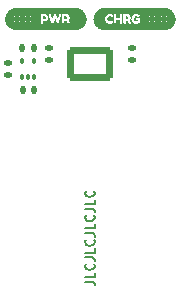
<source format=gbr>
%TF.GenerationSoftware,KiCad,Pcbnew,(5.99.0-13283-gf5fc9fa11f)*%
%TF.CreationDate,2021-11-15T23:55:47+03:00*%
%TF.ProjectId,LIR2032_Battery_Charger,4c495232-3033-4325-9f42-617474657279,rev?*%
%TF.SameCoordinates,PX8f0d180PY5f5e100*%
%TF.FileFunction,Legend,Top*%
%TF.FilePolarity,Positive*%
%FSLAX46Y46*%
G04 Gerber Fmt 4.6, Leading zero omitted, Abs format (unit mm)*
G04 Created by KiCad (PCBNEW (5.99.0-13283-gf5fc9fa11f)) date 2021-11-15 23:55:47*
%MOMM*%
%LPD*%
G01*
G04 APERTURE LIST*
G04 Aperture macros list*
%AMRoundRect*
0 Rectangle with rounded corners*
0 $1 Rounding radius*
0 $2 $3 $4 $5 $6 $7 $8 $9 X,Y pos of 4 corners*
0 Add a 4 corners polygon primitive as box body*
4,1,4,$2,$3,$4,$5,$6,$7,$8,$9,$2,$3,0*
0 Add four circle primitives for the rounded corners*
1,1,$1+$1,$2,$3*
1,1,$1+$1,$4,$5*
1,1,$1+$1,$6,$7*
1,1,$1+$1,$8,$9*
0 Add four rect primitives between the rounded corners*
20,1,$1+$1,$2,$3,$4,$5,0*
20,1,$1+$1,$4,$5,$6,$7,0*
20,1,$1+$1,$6,$7,$8,$9,0*
20,1,$1+$1,$8,$9,$2,$3,0*%
G04 Aperture macros list end*
%ADD10C,0.150000*%
%ADD11RoundRect,0.125000X0.175000X-0.125000X0.175000X0.125000X-0.175000X0.125000X-0.175000X-0.125000X0*%
%ADD12RoundRect,0.075000X0.075000X-0.150000X0.075000X0.150000X-0.075000X0.150000X-0.075000X-0.150000X0*%
%ADD13RoundRect,0.135000X-0.135000X-0.185000X0.135000X-0.185000X0.135000X0.185000X-0.135000X0.185000X0*%
%ADD14RoundRect,0.135000X-0.185000X0.135000X-0.185000X-0.135000X0.185000X-0.135000X0.185000X0.135000X0*%
%ADD15RoundRect,0.135000X0.185000X-0.135000X0.185000X0.135000X-0.185000X0.135000X-0.185000X-0.135000X0*%
%ADD16C,0.650000*%
%ADD17RoundRect,0.150000X0.150000X0.475000X-0.150000X0.475000X-0.150000X-0.475000X0.150000X-0.475000X0*%
%ADD18RoundRect,0.075000X0.075000X0.550000X-0.075000X0.550000X-0.075000X-0.550000X0.075000X-0.550000X0*%
%ADD19O,1.000000X1.600000*%
%ADD20O,1.000000X2.100000*%
%ADD21RoundRect,0.150000X-0.150000X0.150000X-0.150000X-0.150000X0.150000X-0.150000X0.150000X0.150000X0*%
%ADD22RoundRect,0.150000X-0.150000X-0.150000X0.150000X-0.150000X0.150000X0.150000X-0.150000X0.150000X0*%
%ADD23RoundRect,0.150000X0.150000X0.150000X-0.150000X0.150000X-0.150000X-0.150000X0.150000X-0.150000X0*%
%ADD24RoundRect,0.140000X-0.140000X-0.160000X0.140000X-0.160000X0.140000X0.160000X-0.140000X0.160000X0*%
%ADD25RoundRect,0.140000X-0.160000X0.140000X-0.160000X-0.140000X0.160000X-0.140000X0.160000X0.140000X0*%
%ADD26RoundRect,0.290000X1.660000X-1.160000X1.660000X1.160000X-1.660000X1.160000X-1.660000X-1.160000X0*%
G04 APERTURE END LIST*
D10*
X7561904Y13004762D02*
X8133333Y13004762D01*
X8247619Y12966667D01*
X8323809Y12890477D01*
X8361904Y12776191D01*
X8361904Y12700000D01*
X8361904Y13766667D02*
X8361904Y13385715D01*
X7561904Y13385715D01*
X8285714Y14490477D02*
X8323809Y14452381D01*
X8361904Y14338096D01*
X8361904Y14261905D01*
X8323809Y14147620D01*
X8247619Y14071429D01*
X8171428Y14033334D01*
X8019047Y13995239D01*
X7904761Y13995239D01*
X7752380Y14033334D01*
X7676190Y14071429D01*
X7600000Y14147620D01*
X7561904Y14261905D01*
X7561904Y14338096D01*
X7600000Y14452381D01*
X7638095Y14490477D01*
X7561904Y15061905D02*
X8133333Y15061905D01*
X8247619Y15023810D01*
X8323809Y14947620D01*
X8361904Y14833334D01*
X8361904Y14757143D01*
X8361904Y15823810D02*
X8361904Y15442858D01*
X7561904Y15442858D01*
X8285714Y16547620D02*
X8323809Y16509524D01*
X8361904Y16395239D01*
X8361904Y16319048D01*
X8323809Y16204762D01*
X8247619Y16128572D01*
X8171428Y16090477D01*
X8019047Y16052381D01*
X7904761Y16052381D01*
X7752380Y16090477D01*
X7676190Y16128572D01*
X7600000Y16204762D01*
X7561904Y16319048D01*
X7561904Y16395239D01*
X7600000Y16509524D01*
X7638095Y16547620D01*
X7561904Y17119048D02*
X8133333Y17119048D01*
X8247619Y17080953D01*
X8323809Y17004762D01*
X8361904Y16890477D01*
X8361904Y16814286D01*
X8361904Y17880953D02*
X8361904Y17500000D01*
X7561904Y17500000D01*
X8285714Y18604762D02*
X8323809Y18566667D01*
X8361904Y18452381D01*
X8361904Y18376191D01*
X8323809Y18261905D01*
X8247619Y18185715D01*
X8171428Y18147620D01*
X8019047Y18109524D01*
X7904761Y18109524D01*
X7752380Y18147620D01*
X7676190Y18185715D01*
X7600000Y18261905D01*
X7561904Y18376191D01*
X7561904Y18452381D01*
X7600000Y18566667D01*
X7638095Y18604762D01*
X7561904Y19176191D02*
X8133333Y19176191D01*
X8247619Y19138096D01*
X8323809Y19061905D01*
X8361904Y18947620D01*
X8361904Y18871429D01*
X8361904Y19938096D02*
X8361904Y19557143D01*
X7561904Y19557143D01*
X8285714Y20661905D02*
X8323809Y20623810D01*
X8361904Y20509524D01*
X8361904Y20433334D01*
X8323809Y20319048D01*
X8247619Y20242858D01*
X8171428Y20204762D01*
X8019047Y20166667D01*
X7904761Y20166667D01*
X7752380Y20204762D01*
X7676190Y20242858D01*
X7600000Y20319048D01*
X7561904Y20433334D01*
X7561904Y20509524D01*
X7600000Y20623810D01*
X7638095Y20661905D01*
G36*
X6863543Y36172109D02*
G01*
X6953488Y36158767D01*
X7041692Y36136673D01*
X7127306Y36106040D01*
X7209505Y36067162D01*
X7287498Y36020415D01*
X7360533Y35966249D01*
X7427907Y35905184D01*
X7488972Y35837810D01*
X7543138Y35764775D01*
X7589885Y35686782D01*
X7628762Y35604583D01*
X7659396Y35518969D01*
X7681490Y35430765D01*
X7694832Y35340820D01*
X7699293Y35250000D01*
X7694832Y35159180D01*
X7681490Y35069235D01*
X7659396Y34981031D01*
X7628762Y34895417D01*
X7589885Y34813218D01*
X7543138Y34735225D01*
X7488972Y34662190D01*
X7427907Y34594816D01*
X7360533Y34533751D01*
X7287498Y34479585D01*
X7209505Y34432838D01*
X7127306Y34393960D01*
X7041692Y34363327D01*
X6953488Y34341233D01*
X6863543Y34327891D01*
X6772723Y34323429D01*
X1727277Y34323429D01*
X1636458Y34327891D01*
X1546512Y34341233D01*
X1458308Y34363327D01*
X1372694Y34393960D01*
X1290495Y34432837D01*
X1212502Y34479585D01*
X1139467Y34533751D01*
X1072093Y34594815D01*
X1011028Y34662190D01*
X956862Y34735225D01*
X910115Y34813218D01*
X871238Y34895417D01*
X854305Y34942739D01*
X3810871Y34942739D01*
X3817539Y34884954D01*
X3846987Y34854117D01*
X3908661Y34843838D01*
X3965890Y34851339D01*
X3995339Y34873842D01*
X4005895Y34903290D01*
X4007562Y34941628D01*
X4007562Y35067199D01*
X4146469Y35067199D01*
X4211662Y35075102D01*
X4275374Y35098808D01*
X4337604Y35138319D01*
X4378998Y35178741D01*
X4412057Y35231109D01*
X4433727Y35292922D01*
X4440950Y35361681D01*
X4433727Y35430578D01*
X4412057Y35492808D01*
X4378998Y35545593D01*
X4342140Y35581708D01*
X4485400Y35581708D01*
X4497624Y35527257D01*
X4712095Y34910513D01*
X4719874Y34893844D01*
X4750433Y34860507D01*
X4808774Y34843838D01*
X4869892Y34869397D01*
X4887672Y34891622D01*
X4897674Y34910513D01*
X4903408Y34927493D01*
X4918832Y34973099D01*
X4943946Y35047330D01*
X4978750Y35150188D01*
X5023245Y35281671D01*
X5153261Y34898289D01*
X5184932Y34862174D01*
X5241605Y34843838D01*
X5298279Y34862174D01*
X5327727Y34891622D01*
X5335506Y34910513D01*
X5346654Y34942739D01*
X5623320Y34942739D01*
X5629987Y34884954D01*
X5659435Y34854117D01*
X5721110Y34843838D01*
X5778339Y34851339D01*
X5807787Y34873842D01*
X5818344Y34903290D01*
X5820011Y34941628D01*
X5820011Y35067199D01*
X5960029Y35067199D01*
X5994477Y35069422D01*
X6037693Y34967063D01*
X6066585Y34900018D01*
X6081155Y34868286D01*
X6101713Y34846616D01*
X6137273Y34836059D01*
X6194502Y34851617D01*
X6246175Y34883843D01*
X6263400Y34922737D01*
X6246731Y34980522D01*
X6215616Y35051271D01*
X6190428Y35109427D01*
X6171166Y35154988D01*
X6217468Y35214008D01*
X6245249Y35282905D01*
X6254510Y35361681D01*
X6247287Y35430578D01*
X6225617Y35492808D01*
X6192835Y35545593D01*
X6152275Y35586153D01*
X6090168Y35625664D01*
X6026827Y35649371D01*
X5962251Y35657273D01*
X5722221Y35657273D01*
X5664992Y35649772D01*
X5635544Y35627269D01*
X5624987Y35597821D01*
X5623320Y35559483D01*
X5623320Y34942739D01*
X5346654Y34942739D01*
X5548866Y35527257D01*
X5562201Y35581708D01*
X5543588Y35621713D01*
X5487747Y35652828D01*
X5435519Y35663941D01*
X5398292Y35652273D01*
X5377734Y35628381D01*
X5363287Y35590598D01*
X5241050Y35217218D01*
X5113256Y35602822D01*
X5082141Y35638938D01*
X5029357Y35657273D01*
X4983240Y35649494D01*
X4948513Y35624491D01*
X4926566Y35585042D01*
X4805440Y35219441D01*
X4683202Y35590598D01*
X4658199Y35645049D01*
X4618194Y35662829D01*
X4559854Y35651717D01*
X4504013Y35621435D01*
X4485400Y35581708D01*
X4342140Y35581708D01*
X4337604Y35586153D01*
X4275497Y35625664D01*
X4212156Y35649371D01*
X4147580Y35657273D01*
X3909772Y35657273D01*
X3852543Y35649772D01*
X3823095Y35627269D01*
X3812538Y35597821D01*
X3810871Y35559483D01*
X3810871Y34942739D01*
X854305Y34942739D01*
X840604Y34981031D01*
X818510Y35069235D01*
X805168Y35159180D01*
X800707Y35250000D01*
X805168Y35340820D01*
X818510Y35430765D01*
X840604Y35518969D01*
X871238Y35604583D01*
X910115Y35686782D01*
X956862Y35764775D01*
X1011028Y35837810D01*
X1072093Y35905185D01*
X1139467Y35966249D01*
X1212502Y36020415D01*
X1290495Y36067163D01*
X1372694Y36106040D01*
X1458308Y36136673D01*
X1546512Y36158767D01*
X1636458Y36172109D01*
X1727277Y36176571D01*
X6772723Y36176571D01*
X6863543Y36172109D01*
G37*
G36*
X6026704Y35435579D02*
G01*
X6058930Y35361681D01*
X6026704Y35288338D01*
X5962251Y35263891D01*
X5820011Y35263891D01*
X5820011Y35460582D01*
X5960029Y35460582D01*
X6026704Y35435579D01*
G37*
G36*
X4213144Y35435579D02*
G01*
X4245370Y35361681D01*
X4213144Y35288338D01*
X4147580Y35263891D01*
X4007562Y35263891D01*
X4007562Y35460582D01*
X4146469Y35460582D01*
X4213144Y35435579D01*
G37*
G36*
X14383218Y36178192D02*
G01*
X14473757Y36164761D01*
X14562543Y36142522D01*
X14648721Y36111686D01*
X14731463Y36072553D01*
X14809970Y36025497D01*
X14883487Y35970973D01*
X14951305Y35909506D01*
X15012773Y35841688D01*
X15067296Y35768171D01*
X15114352Y35689664D01*
X15153486Y35606922D01*
X15184321Y35520743D01*
X15206561Y35431957D01*
X15219991Y35341419D01*
X15224482Y35250000D01*
X15219991Y35158581D01*
X15206561Y35068043D01*
X15184321Y34979257D01*
X15153486Y34893078D01*
X15114352Y34810336D01*
X15067296Y34731829D01*
X15012773Y34658312D01*
X14951305Y34590494D01*
X14883487Y34529027D01*
X14809970Y34474503D01*
X14731463Y34427447D01*
X14648721Y34388314D01*
X14562543Y34357478D01*
X14473757Y34335239D01*
X14383218Y34321808D01*
X14291799Y34317317D01*
X9208201Y34317317D01*
X9116782Y34321808D01*
X9026243Y34335239D01*
X8937457Y34357478D01*
X8851279Y34388314D01*
X8768537Y34427447D01*
X8690030Y34474503D01*
X8616513Y34529027D01*
X8548695Y34590494D01*
X8487227Y34658312D01*
X8432704Y34731829D01*
X8385648Y34810336D01*
X8346514Y34893078D01*
X8315679Y34979257D01*
X8293439Y35068043D01*
X8280009Y35158581D01*
X8275518Y35250000D01*
X8275627Y35252223D01*
X9254503Y35252223D01*
X9261865Y35168740D01*
X9283951Y35091647D01*
X9317427Y35024416D01*
X9358960Y34970521D01*
X9407439Y34926904D01*
X9461751Y34890511D01*
X9518147Y34862452D01*
X9572876Y34843838D01*
X9626494Y34833420D01*
X9679556Y34829947D01*
X9733313Y34834392D01*
X9789014Y34847727D01*
X9864024Y34876620D01*
X9902362Y34899956D01*
X9937366Y34927737D01*
X9942510Y34941072D01*
X10025710Y34941072D01*
X10032378Y34883287D01*
X10061826Y34852450D01*
X10123500Y34842171D01*
X10180730Y34849672D01*
X10210178Y34872175D01*
X10220735Y34901623D01*
X10222402Y34939961D01*
X10222402Y35166656D01*
X10516883Y35166656D01*
X10516883Y34941072D01*
X10523550Y34883287D01*
X10552999Y34852450D01*
X10614673Y34842171D01*
X10671902Y34849672D01*
X10701350Y34872175D01*
X10711907Y34901623D01*
X10713574Y34939961D01*
X10713574Y34941072D01*
X10802474Y34941072D01*
X10809142Y34883287D01*
X10838590Y34852450D01*
X10900264Y34842171D01*
X10957494Y34849672D01*
X10986942Y34872175D01*
X10997499Y34901623D01*
X10999165Y34939961D01*
X10999165Y35065532D01*
X11139183Y35065532D01*
X11173632Y35067755D01*
X11216847Y34965397D01*
X11245739Y34898351D01*
X11260309Y34866619D01*
X11280867Y34844949D01*
X11316427Y34834392D01*
X11373657Y34849950D01*
X11425330Y34882176D01*
X11442554Y34921070D01*
X11425885Y34978855D01*
X11394770Y35049605D01*
X11369582Y35107760D01*
X11350320Y35153321D01*
X11396623Y35212341D01*
X11414497Y35256668D01*
X11487004Y35256668D01*
X11494644Y35171553D01*
X11517564Y35092897D01*
X11555763Y35020701D01*
X11609242Y34954963D01*
X11673069Y34900269D01*
X11742314Y34861201D01*
X11816976Y34837761D01*
X11897055Y34829947D01*
X11984566Y34835990D01*
X12060409Y34854117D01*
X12124584Y34884329D01*
X12177090Y34926626D01*
X12208205Y34994412D01*
X12208205Y35238887D01*
X12197093Y35301118D01*
X12123750Y35332233D01*
X11928170Y35332233D01*
X11874830Y35322231D01*
X11856495Y35297784D01*
X11851494Y35250556D01*
X11855939Y35203883D01*
X11874830Y35177769D01*
X11923725Y35168879D01*
X12011514Y35168879D01*
X12011514Y35047752D01*
X11959563Y35032751D01*
X11901500Y35027750D01*
X11821490Y35044558D01*
X11750370Y35094981D01*
X11713329Y35143011D01*
X11691104Y35197463D01*
X11683695Y35258334D01*
X11700086Y35345290D01*
X11749259Y35413909D01*
X11819546Y35458498D01*
X11899278Y35473361D01*
X11959285Y35465721D01*
X12010403Y35442802D01*
X12078189Y35412243D01*
X12115694Y35426967D01*
X12157088Y35471139D01*
X12182647Y35533924D01*
X12152643Y35583375D01*
X12073250Y35631529D01*
X11990647Y35660422D01*
X11904834Y35670053D01*
X11823157Y35662656D01*
X11747037Y35640465D01*
X11676472Y35603482D01*
X11611464Y35551704D01*
X11557013Y35488884D01*
X11518119Y35418771D01*
X11494783Y35341366D01*
X11487004Y35256668D01*
X11414497Y35256668D01*
X11424404Y35281238D01*
X11433664Y35360014D01*
X11426441Y35428911D01*
X11404772Y35491141D01*
X11371990Y35543926D01*
X11331429Y35584486D01*
X11269323Y35623997D01*
X11205981Y35647704D01*
X11141405Y35655606D01*
X10901375Y35655606D01*
X10844146Y35648105D01*
X10814698Y35625603D01*
X10804141Y35596154D01*
X10802474Y35557816D01*
X10802474Y34941072D01*
X10713574Y34941072D01*
X10713574Y35556705D01*
X10708018Y35614490D01*
X10692460Y35636715D01*
X10663568Y35650050D01*
X10612450Y35655606D01*
X10559110Y35648939D01*
X10529107Y35625603D01*
X10518550Y35596154D01*
X10516883Y35557816D01*
X10516883Y35330010D01*
X10222402Y35330010D01*
X10222402Y35556705D01*
X10216845Y35614490D01*
X10186564Y35645327D01*
X10124612Y35655606D01*
X10067382Y35648105D01*
X10037934Y35625603D01*
X10027377Y35596154D01*
X10025710Y35557816D01*
X10025710Y34941072D01*
X9942510Y34941072D01*
X9952368Y34966631D01*
X9927920Y35028861D01*
X9889305Y35075534D01*
X9853467Y35091091D01*
X9800127Y35068866D01*
X9780124Y35054420D01*
X9736230Y35036640D01*
X9671222Y35027750D01*
X9599268Y35039974D01*
X9530093Y35076645D01*
X9473419Y35146654D01*
X9456750Y35194021D01*
X9451194Y35247222D01*
X9456750Y35300423D01*
X9473419Y35347790D01*
X9528982Y35416688D01*
X9599546Y35454192D01*
X9671222Y35466694D01*
X9741230Y35457248D01*
X9795682Y35428911D01*
X9852355Y35404464D01*
X9889027Y35419466D01*
X9930143Y35464471D01*
X9953479Y35526146D01*
X9924587Y35578930D01*
X9893472Y35598933D01*
X9866802Y35614490D01*
X9785125Y35647272D01*
X9731646Y35659357D01*
X9679000Y35663385D01*
X9605781Y35656718D01*
X9532809Y35636715D01*
X9460084Y35603378D01*
X9405494Y35568512D01*
X9357294Y35526146D01*
X9316316Y35473917D01*
X9283395Y35409464D01*
X9261726Y35334872D01*
X9254503Y35252223D01*
X8275627Y35252223D01*
X8280009Y35341419D01*
X8293439Y35431957D01*
X8315679Y35520743D01*
X8346514Y35606922D01*
X8385648Y35689664D01*
X8432704Y35768171D01*
X8487227Y35841688D01*
X8548695Y35909506D01*
X8616513Y35970973D01*
X8690030Y36025497D01*
X8768537Y36072553D01*
X8851279Y36111686D01*
X8937457Y36142522D01*
X9026243Y36164761D01*
X9116782Y36178192D01*
X9208201Y36182683D01*
X14291799Y36182683D01*
X14383218Y36178192D01*
G37*
G36*
X11205858Y35433912D02*
G01*
X11238084Y35360014D01*
X11205858Y35286671D01*
X11141405Y35262224D01*
X10999165Y35262224D01*
X10999165Y35458915D01*
X11139183Y35458915D01*
X11205858Y35433912D01*
G37*
%LPC*%
D11*
X1000000Y37650000D03*
X1000000Y38350000D03*
D12*
X2250000Y30300000D03*
X2750000Y30300000D03*
X3250000Y30300000D03*
X3250000Y31700000D03*
X2250000Y31700000D03*
D13*
X2240000Y32750000D03*
X3260000Y32750000D03*
D14*
X11500000Y32760000D03*
X11500000Y31740000D03*
X4500000Y32760000D03*
X4500000Y31740000D03*
D15*
X2000000Y40000000D03*
X2000000Y41020000D03*
X14000000Y39990000D03*
X14000000Y41010000D03*
D16*
X5110000Y38750000D03*
X10890000Y38750000D03*
D17*
X11250000Y37400000D03*
X10450000Y37400000D03*
D18*
X9250000Y37400000D03*
X8250000Y37400000D03*
X7750000Y37400000D03*
X6750000Y37400000D03*
D17*
X4750000Y37400000D03*
X5550000Y37400000D03*
D18*
X6250000Y37400000D03*
X7250000Y37400000D03*
X8750000Y37400000D03*
X9750000Y37400000D03*
D19*
X12320000Y42400000D03*
D20*
X3680000Y38220000D03*
X12320000Y38220000D03*
D19*
X3680000Y42400000D03*
D21*
X2000000Y38485000D03*
X2000000Y37515000D03*
D22*
X13265000Y35250000D03*
X14235000Y35250000D03*
D23*
X2735000Y35250000D03*
X1765000Y35250000D03*
D24*
X2270000Y29250000D03*
X3230000Y29250000D03*
D25*
X1000000Y31480000D03*
X1000000Y30520000D03*
D26*
X8000000Y2100000D03*
X8000000Y31400000D03*
M02*

</source>
